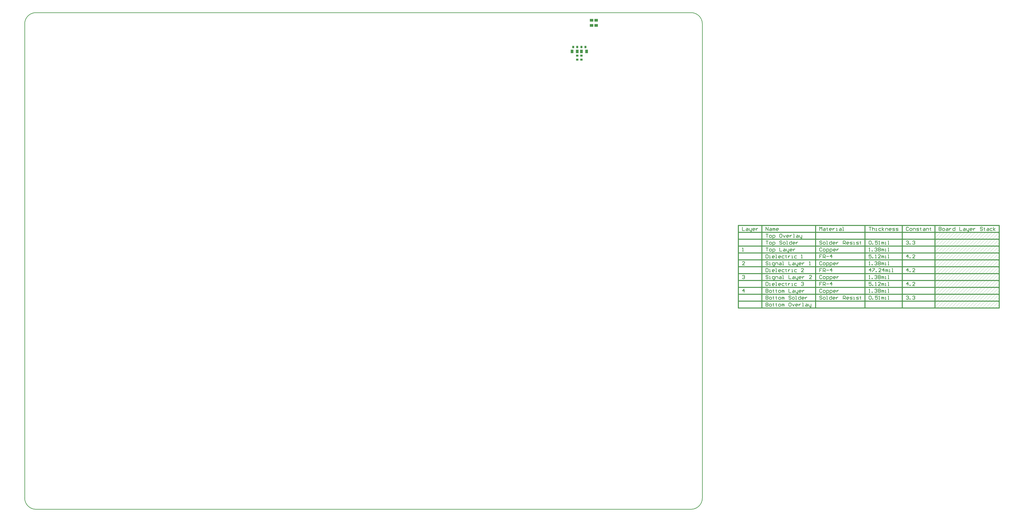
<source format=gbp>
G04*
G04 #@! TF.GenerationSoftware,Altium Limited,Altium Designer,20.2.6 (244)*
G04*
G04 Layer_Color=128*
%FSLAX25Y25*%
%MOIN*%
G70*
G04*
G04 #@! TF.SameCoordinates,78A2C6BB-1FC3-406C-8345-49C289C49674*
G04*
G04*
G04 #@! TF.FilePolarity,Positive*
G04*
G01*
G75*
%ADD15C,0.01000*%
%ADD22C,0.01500*%
%ADD23C,0.00100*%
%ADD27R,0.05118X0.05906*%
%ADD32R,0.03937X0.03543*%
%ADD34R,0.03543X0.03937*%
%ADD35R,0.05906X0.05118*%
D15*
X1181102Y846457D02*
G03*
X1161417Y866142I-19685J0D01*
G01*
Y0D02*
G03*
X1181102Y19685I0J19685D01*
G01*
X0D02*
G03*
X19685Y0I19685J0D01*
G01*
Y866142D02*
G03*
X0Y846457I0J-19685D01*
G01*
Y19685D02*
Y710236D01*
X1181102Y19685D02*
Y846457D01*
X19685Y866142D02*
X1161417D01*
X0Y710236D02*
Y846457D01*
X19685Y0D02*
X1161417D01*
X1250530Y492195D02*
Y486197D01*
X1254529D01*
X1257528Y490196D02*
X1259527D01*
X1260527Y489196D01*
Y486197D01*
X1257528D01*
X1256528Y487196D01*
X1257528Y488196D01*
X1260527D01*
X1262526Y490196D02*
Y487196D01*
X1263526Y486197D01*
X1266525D01*
Y485197D01*
X1265526Y484198D01*
X1264526D01*
X1266525Y486197D02*
Y490196D01*
X1271523Y486197D02*
X1269524D01*
X1268524Y487196D01*
Y489196D01*
X1269524Y490196D01*
X1271523D01*
X1272523Y489196D01*
Y488196D01*
X1268524D01*
X1274523Y490196D02*
Y486197D01*
Y488196D01*
X1275522Y489196D01*
X1276522Y490196D01*
X1277522D01*
X1253529Y378197D02*
Y384195D01*
X1250530Y381196D01*
X1254529D01*
X1250530Y407195D02*
X1251530Y408195D01*
X1253529D01*
X1254529Y407195D01*
Y406196D01*
X1253529Y405196D01*
X1252530D01*
X1253529D01*
X1254529Y404196D01*
Y403196D01*
X1253529Y402197D01*
X1251530D01*
X1250530Y403196D01*
X1254529Y426197D02*
X1250530D01*
X1254529Y430196D01*
Y431195D01*
X1253529Y432195D01*
X1251530D01*
X1250530Y431195D01*
Y450197D02*
X1252530D01*
X1251530D01*
Y456195D01*
X1250530Y455195D01*
X1291522Y486197D02*
Y492195D01*
X1295520Y486197D01*
Y492195D01*
X1298519Y490196D02*
X1300519D01*
X1301518Y489196D01*
Y486197D01*
X1298519D01*
X1297520Y487196D01*
X1298519Y488196D01*
X1301518D01*
X1303518Y486197D02*
Y490196D01*
X1304517D01*
X1305517Y489196D01*
Y486197D01*
Y489196D01*
X1306517Y490196D01*
X1307516Y489196D01*
Y486197D01*
X1312515D02*
X1310515D01*
X1309516Y487196D01*
Y489196D01*
X1310515Y490196D01*
X1312515D01*
X1313515Y489196D01*
Y488196D01*
X1309516D01*
X1291522Y360195D02*
Y354197D01*
X1294521D01*
X1295520Y355196D01*
Y356196D01*
X1294521Y357196D01*
X1291522D01*
X1294521D01*
X1295520Y358196D01*
Y359195D01*
X1294521Y360195D01*
X1291522D01*
X1298519Y354197D02*
X1300519D01*
X1301518Y355196D01*
Y357196D01*
X1300519Y358196D01*
X1298519D01*
X1297520Y357196D01*
Y355196D01*
X1298519Y354197D01*
X1304517Y359195D02*
Y358196D01*
X1303518D01*
X1305517D01*
X1304517D01*
Y355196D01*
X1305517Y354197D01*
X1309516Y359195D02*
Y358196D01*
X1308516D01*
X1310515D01*
X1309516D01*
Y355196D01*
X1310515Y354197D01*
X1314514D02*
X1316514D01*
X1317513Y355196D01*
Y357196D01*
X1316514Y358196D01*
X1314514D01*
X1313515Y357196D01*
Y355196D01*
X1314514Y354197D01*
X1319512D02*
Y358196D01*
X1320512D01*
X1321512Y357196D01*
Y354197D01*
Y357196D01*
X1322512Y358196D01*
X1323511Y357196D01*
Y354197D01*
X1334508Y360195D02*
X1332508D01*
X1331509Y359195D01*
Y355196D01*
X1332508Y354197D01*
X1334508D01*
X1335507Y355196D01*
Y359195D01*
X1334508Y360195D01*
X1337507Y358196D02*
X1339506Y354197D01*
X1341505Y358196D01*
X1346504Y354197D02*
X1344505D01*
X1343505Y355196D01*
Y357196D01*
X1344505Y358196D01*
X1346504D01*
X1347503Y357196D01*
Y356196D01*
X1343505D01*
X1349503Y358196D02*
Y354197D01*
Y356196D01*
X1350502Y357196D01*
X1351502Y358196D01*
X1352502D01*
X1355501Y354197D02*
X1357500D01*
X1356501D01*
Y360195D01*
X1355501D01*
X1361499Y358196D02*
X1363498D01*
X1364498Y357196D01*
Y354197D01*
X1361499D01*
X1360499Y355196D01*
X1361499Y356196D01*
X1364498D01*
X1366497Y358196D02*
Y355196D01*
X1367497Y354197D01*
X1370496D01*
Y353197D01*
X1369496Y352198D01*
X1368497D01*
X1370496Y354197D02*
Y358196D01*
X1291522Y372195D02*
Y366197D01*
X1294521D01*
X1295520Y367196D01*
Y368196D01*
X1294521Y369196D01*
X1291522D01*
X1294521D01*
X1295520Y370196D01*
Y371195D01*
X1294521Y372195D01*
X1291522D01*
X1298519Y366197D02*
X1300519D01*
X1301518Y367196D01*
Y369196D01*
X1300519Y370196D01*
X1298519D01*
X1297520Y369196D01*
Y367196D01*
X1298519Y366197D01*
X1304517Y371195D02*
Y370196D01*
X1303518D01*
X1305517D01*
X1304517D01*
Y367196D01*
X1305517Y366197D01*
X1309516Y371195D02*
Y370196D01*
X1308516D01*
X1310515D01*
X1309516D01*
Y367196D01*
X1310515Y366197D01*
X1314514D02*
X1316514D01*
X1317513Y367196D01*
Y369196D01*
X1316514Y370196D01*
X1314514D01*
X1313515Y369196D01*
Y367196D01*
X1314514Y366197D01*
X1319512D02*
Y370196D01*
X1320512D01*
X1321512Y369196D01*
Y366197D01*
Y369196D01*
X1322512Y370196D01*
X1323511Y369196D01*
Y366197D01*
X1335507Y371195D02*
X1334508Y372195D01*
X1332508D01*
X1331509Y371195D01*
Y370196D01*
X1332508Y369196D01*
X1334508D01*
X1335507Y368196D01*
Y367196D01*
X1334508Y366197D01*
X1332508D01*
X1331509Y367196D01*
X1338506Y366197D02*
X1340506D01*
X1341505Y367196D01*
Y369196D01*
X1340506Y370196D01*
X1338506D01*
X1337507Y369196D01*
Y367196D01*
X1338506Y366197D01*
X1343505D02*
X1345504D01*
X1344505D01*
Y372195D01*
X1343505D01*
X1352502D02*
Y366197D01*
X1349503D01*
X1348503Y367196D01*
Y369196D01*
X1349503Y370196D01*
X1352502D01*
X1357500Y366197D02*
X1355501D01*
X1354501Y367196D01*
Y369196D01*
X1355501Y370196D01*
X1357500D01*
X1358500Y369196D01*
Y368196D01*
X1354501D01*
X1360499Y370196D02*
Y366197D01*
Y368196D01*
X1361499Y369196D01*
X1362499Y370196D01*
X1363498D01*
X1291522Y384195D02*
Y378197D01*
X1294521D01*
X1295520Y379197D01*
Y380196D01*
X1294521Y381196D01*
X1291522D01*
X1294521D01*
X1295520Y382196D01*
Y383195D01*
X1294521Y384195D01*
X1291522D01*
X1298519Y378197D02*
X1300519D01*
X1301518Y379197D01*
Y381196D01*
X1300519Y382196D01*
X1298519D01*
X1297520Y381196D01*
Y379197D01*
X1298519Y378197D01*
X1304517Y383195D02*
Y382196D01*
X1303518D01*
X1305517D01*
X1304517D01*
Y379197D01*
X1305517Y378197D01*
X1309516Y383195D02*
Y382196D01*
X1308516D01*
X1310515D01*
X1309516D01*
Y379197D01*
X1310515Y378197D01*
X1314514D02*
X1316514D01*
X1317513Y379197D01*
Y381196D01*
X1316514Y382196D01*
X1314514D01*
X1313515Y381196D01*
Y379197D01*
X1314514Y378197D01*
X1319512D02*
Y382196D01*
X1320512D01*
X1321512Y381196D01*
Y378197D01*
Y381196D01*
X1322512Y382196D01*
X1323511Y381196D01*
Y378197D01*
X1331509Y384195D02*
Y378197D01*
X1335507D01*
X1338506Y382196D02*
X1340506D01*
X1341505Y381196D01*
Y378197D01*
X1338506D01*
X1337507Y379197D01*
X1338506Y380196D01*
X1341505D01*
X1343505Y382196D02*
Y379197D01*
X1344505Y378197D01*
X1347503D01*
Y377197D01*
X1346504Y376198D01*
X1345504D01*
X1347503Y378197D02*
Y382196D01*
X1352502Y378197D02*
X1350502D01*
X1349503Y379197D01*
Y381196D01*
X1350502Y382196D01*
X1352502D01*
X1353502Y381196D01*
Y380196D01*
X1349503D01*
X1355501Y382196D02*
Y378197D01*
Y380196D01*
X1356501Y381196D01*
X1357500Y382196D01*
X1358500D01*
X1291522Y396195D02*
Y390197D01*
X1294521D01*
X1295520Y391196D01*
Y395195D01*
X1294521Y396195D01*
X1291522D01*
X1297520Y390197D02*
X1299519D01*
X1298519D01*
Y394196D01*
X1297520D01*
X1305517Y390197D02*
X1303518D01*
X1302518Y391196D01*
Y393196D01*
X1303518Y394196D01*
X1305517D01*
X1306517Y393196D01*
Y392196D01*
X1302518D01*
X1308516Y390197D02*
X1310515D01*
X1309516D01*
Y396195D01*
X1308516D01*
X1316514Y390197D02*
X1314514D01*
X1313515Y391196D01*
Y393196D01*
X1314514Y394196D01*
X1316514D01*
X1317513Y393196D01*
Y392196D01*
X1313515D01*
X1323511Y394196D02*
X1320512D01*
X1319512Y393196D01*
Y391196D01*
X1320512Y390197D01*
X1323511D01*
X1326510Y395195D02*
Y394196D01*
X1325511D01*
X1327510D01*
X1326510D01*
Y391196D01*
X1327510Y390197D01*
X1330509Y394196D02*
Y390197D01*
Y392196D01*
X1331509Y393196D01*
X1332508Y394196D01*
X1333508D01*
X1336507Y390197D02*
X1338506D01*
X1337507D01*
Y394196D01*
X1336507D01*
X1345504D02*
X1342505D01*
X1341505Y393196D01*
Y391196D01*
X1342505Y390197D01*
X1345504D01*
X1353502Y395195D02*
X1354501Y396195D01*
X1356501D01*
X1357500Y395195D01*
Y394196D01*
X1356501Y393196D01*
X1355501D01*
X1356501D01*
X1357500Y392196D01*
Y391196D01*
X1356501Y390197D01*
X1354501D01*
X1353502Y391196D01*
X1295520Y407195D02*
X1294521Y408195D01*
X1292521D01*
X1291522Y407195D01*
Y406196D01*
X1292521Y405196D01*
X1294521D01*
X1295520Y404196D01*
Y403196D01*
X1294521Y402197D01*
X1292521D01*
X1291522Y403196D01*
X1297520Y402197D02*
X1299519D01*
X1298519D01*
Y406196D01*
X1297520D01*
X1304517Y400198D02*
X1305517D01*
X1306517Y401197D01*
Y406196D01*
X1303518D01*
X1302518Y405196D01*
Y403196D01*
X1303518Y402197D01*
X1306517D01*
X1308516D02*
Y406196D01*
X1311515D01*
X1312515Y405196D01*
Y402197D01*
X1315514Y406196D02*
X1317513D01*
X1318513Y405196D01*
Y402197D01*
X1315514D01*
X1314514Y403196D01*
X1315514Y404196D01*
X1318513D01*
X1320512Y402197D02*
X1322512D01*
X1321512D01*
Y408195D01*
X1320512D01*
X1331509D02*
Y402197D01*
X1335507D01*
X1338506Y406196D02*
X1340506D01*
X1341505Y405196D01*
Y402197D01*
X1338506D01*
X1337507Y403196D01*
X1338506Y404196D01*
X1341505D01*
X1343505Y406196D02*
Y403196D01*
X1344505Y402197D01*
X1347503D01*
Y401197D01*
X1346504Y400198D01*
X1345504D01*
X1347503Y402197D02*
Y406196D01*
X1352502Y402197D02*
X1350502D01*
X1349503Y403196D01*
Y405196D01*
X1350502Y406196D01*
X1352502D01*
X1353502Y405196D01*
Y404196D01*
X1349503D01*
X1355501Y406196D02*
Y402197D01*
Y404196D01*
X1356501Y405196D01*
X1357500Y406196D01*
X1358500D01*
X1371496Y402197D02*
X1367497D01*
X1371496Y406196D01*
Y407195D01*
X1370496Y408195D01*
X1368497D01*
X1367497Y407195D01*
X1291522Y420195D02*
Y414197D01*
X1294521D01*
X1295520Y415197D01*
Y419195D01*
X1294521Y420195D01*
X1291522D01*
X1297520Y414197D02*
X1299519D01*
X1298519D01*
Y418196D01*
X1297520D01*
X1305517Y414197D02*
X1303518D01*
X1302518Y415197D01*
Y417196D01*
X1303518Y418196D01*
X1305517D01*
X1306517Y417196D01*
Y416196D01*
X1302518D01*
X1308516Y414197D02*
X1310515D01*
X1309516D01*
Y420195D01*
X1308516D01*
X1316514Y414197D02*
X1314514D01*
X1313515Y415197D01*
Y417196D01*
X1314514Y418196D01*
X1316514D01*
X1317513Y417196D01*
Y416196D01*
X1313515D01*
X1323511Y418196D02*
X1320512D01*
X1319512Y417196D01*
Y415197D01*
X1320512Y414197D01*
X1323511D01*
X1326510Y419195D02*
Y418196D01*
X1325511D01*
X1327510D01*
X1326510D01*
Y415197D01*
X1327510Y414197D01*
X1330509Y418196D02*
Y414197D01*
Y416196D01*
X1331509Y417196D01*
X1332508Y418196D01*
X1333508D01*
X1336507Y414197D02*
X1338506D01*
X1337507D01*
Y418196D01*
X1336507D01*
X1345504D02*
X1342505D01*
X1341505Y417196D01*
Y415197D01*
X1342505Y414197D01*
X1345504D01*
X1357500D02*
X1353502D01*
X1357500Y418196D01*
Y419195D01*
X1356501Y420195D01*
X1354501D01*
X1353502Y419195D01*
X1295520Y431195D02*
X1294521Y432195D01*
X1292521D01*
X1291522Y431195D01*
Y430196D01*
X1292521Y429196D01*
X1294521D01*
X1295520Y428196D01*
Y427197D01*
X1294521Y426197D01*
X1292521D01*
X1291522Y427197D01*
X1297520Y426197D02*
X1299519D01*
X1298519D01*
Y430196D01*
X1297520D01*
X1304517Y424197D02*
X1305517D01*
X1306517Y425197D01*
Y430196D01*
X1303518D01*
X1302518Y429196D01*
Y427197D01*
X1303518Y426197D01*
X1306517D01*
X1308516D02*
Y430196D01*
X1311515D01*
X1312515Y429196D01*
Y426197D01*
X1315514Y430196D02*
X1317513D01*
X1318513Y429196D01*
Y426197D01*
X1315514D01*
X1314514Y427197D01*
X1315514Y428196D01*
X1318513D01*
X1320512Y426197D02*
X1322512D01*
X1321512D01*
Y432195D01*
X1320512D01*
X1331509D02*
Y426197D01*
X1335507D01*
X1338506Y430196D02*
X1340506D01*
X1341505Y429196D01*
Y426197D01*
X1338506D01*
X1337507Y427197D01*
X1338506Y428196D01*
X1341505D01*
X1343505Y430196D02*
Y427197D01*
X1344505Y426197D01*
X1347503D01*
Y425197D01*
X1346504Y424197D01*
X1345504D01*
X1347503Y426197D02*
Y430196D01*
X1352502Y426197D02*
X1350502D01*
X1349503Y427197D01*
Y429196D01*
X1350502Y430196D01*
X1352502D01*
X1353502Y429196D01*
Y428196D01*
X1349503D01*
X1355501Y430196D02*
Y426197D01*
Y428196D01*
X1356501Y429196D01*
X1357500Y430196D01*
X1358500D01*
X1367497Y426197D02*
X1369496D01*
X1368497D01*
Y432195D01*
X1367497Y431195D01*
X1291522Y444195D02*
Y438197D01*
X1294521D01*
X1295520Y439196D01*
Y443195D01*
X1294521Y444195D01*
X1291522D01*
X1297520Y438197D02*
X1299519D01*
X1298519D01*
Y442196D01*
X1297520D01*
X1305517Y438197D02*
X1303518D01*
X1302518Y439196D01*
Y441196D01*
X1303518Y442196D01*
X1305517D01*
X1306517Y441196D01*
Y440196D01*
X1302518D01*
X1308516Y438197D02*
X1310515D01*
X1309516D01*
Y444195D01*
X1308516D01*
X1316514Y438197D02*
X1314514D01*
X1313515Y439196D01*
Y441196D01*
X1314514Y442196D01*
X1316514D01*
X1317513Y441196D01*
Y440196D01*
X1313515D01*
X1323511Y442196D02*
X1320512D01*
X1319512Y441196D01*
Y439196D01*
X1320512Y438197D01*
X1323511D01*
X1326510Y443195D02*
Y442196D01*
X1325511D01*
X1327510D01*
X1326510D01*
Y439196D01*
X1327510Y438197D01*
X1330509Y442196D02*
Y438197D01*
Y440196D01*
X1331509Y441196D01*
X1332508Y442196D01*
X1333508D01*
X1336507Y438197D02*
X1338506D01*
X1337507D01*
Y442196D01*
X1336507D01*
X1345504D02*
X1342505D01*
X1341505Y441196D01*
Y439196D01*
X1342505Y438197D01*
X1345504D01*
X1353502D02*
X1355501D01*
X1354501D01*
Y444195D01*
X1353502Y443195D01*
X1291522Y456195D02*
X1295520D01*
X1293521D01*
Y450197D01*
X1298519D02*
X1300519D01*
X1301518Y451196D01*
Y453196D01*
X1300519Y454196D01*
X1298519D01*
X1297520Y453196D01*
Y451196D01*
X1298519Y450197D01*
X1303518Y448198D02*
Y454196D01*
X1306517D01*
X1307516Y453196D01*
Y451196D01*
X1306517Y450197D01*
X1303518D01*
X1315514Y456195D02*
Y450197D01*
X1319513D01*
X1322512Y454196D02*
X1324511D01*
X1325511Y453196D01*
Y450197D01*
X1322512D01*
X1321512Y451196D01*
X1322512Y452196D01*
X1325511D01*
X1327510Y454196D02*
Y451196D01*
X1328510Y450197D01*
X1331509D01*
Y449197D01*
X1330509Y448198D01*
X1329509D01*
X1331509Y450197D02*
Y454196D01*
X1336507Y450197D02*
X1334508D01*
X1333508Y451196D01*
Y453196D01*
X1334508Y454196D01*
X1336507D01*
X1337507Y453196D01*
Y452196D01*
X1333508D01*
X1339506Y454196D02*
Y450197D01*
Y452196D01*
X1340506Y453196D01*
X1341505Y454196D01*
X1342505D01*
X1291522Y468195D02*
X1295520D01*
X1293521D01*
Y462197D01*
X1298519D02*
X1300519D01*
X1301518Y463197D01*
Y465196D01*
X1300519Y466196D01*
X1298519D01*
X1297520Y465196D01*
Y463197D01*
X1298519Y462197D01*
X1303518Y460197D02*
Y466196D01*
X1306517D01*
X1307516Y465196D01*
Y463197D01*
X1306517Y462197D01*
X1303518D01*
X1319513Y467195D02*
X1318513Y468195D01*
X1316514D01*
X1315514Y467195D01*
Y466196D01*
X1316514Y465196D01*
X1318513D01*
X1319513Y464196D01*
Y463197D01*
X1318513Y462197D01*
X1316514D01*
X1315514Y463197D01*
X1322512Y462197D02*
X1324511D01*
X1325511Y463197D01*
Y465196D01*
X1324511Y466196D01*
X1322512D01*
X1321512Y465196D01*
Y463197D01*
X1322512Y462197D01*
X1327510D02*
X1329509D01*
X1328510D01*
Y468195D01*
X1327510D01*
X1336507D02*
Y462197D01*
X1333508D01*
X1332508Y463197D01*
Y465196D01*
X1333508Y466196D01*
X1336507D01*
X1341505Y462197D02*
X1339506D01*
X1338506Y463197D01*
Y465196D01*
X1339506Y466196D01*
X1341505D01*
X1342505Y465196D01*
Y464196D01*
X1338506D01*
X1344505Y466196D02*
Y462197D01*
Y464196D01*
X1345504Y465196D01*
X1346504Y466196D01*
X1347503D01*
X1291522Y480195D02*
X1295520D01*
X1293521D01*
Y474197D01*
X1298519D02*
X1300519D01*
X1301518Y475197D01*
Y477196D01*
X1300519Y478196D01*
X1298519D01*
X1297520Y477196D01*
Y475197D01*
X1298519Y474197D01*
X1303518Y472197D02*
Y478196D01*
X1306517D01*
X1307516Y477196D01*
Y475197D01*
X1306517Y474197D01*
X1303518D01*
X1318513Y480195D02*
X1316514D01*
X1315514Y479195D01*
Y475197D01*
X1316514Y474197D01*
X1318513D01*
X1319513Y475197D01*
Y479195D01*
X1318513Y480195D01*
X1321512Y478196D02*
X1323511Y474197D01*
X1325511Y478196D01*
X1330509Y474197D02*
X1328510D01*
X1327510Y475197D01*
Y477196D01*
X1328510Y478196D01*
X1330509D01*
X1331509Y477196D01*
Y476196D01*
X1327510D01*
X1333508Y478196D02*
Y474197D01*
Y476196D01*
X1334508Y477196D01*
X1335507Y478196D01*
X1336507D01*
X1339506Y474197D02*
X1341505D01*
X1340506D01*
Y480195D01*
X1339506D01*
X1345504Y478196D02*
X1347503D01*
X1348503Y477196D01*
Y474197D01*
X1345504D01*
X1344505Y475197D01*
X1345504Y476196D01*
X1348503D01*
X1350502Y478196D02*
Y475197D01*
X1351502Y474197D01*
X1354501D01*
Y473197D01*
X1353502Y472197D01*
X1352502D01*
X1354501Y474197D02*
Y478196D01*
X1385496Y486197D02*
Y492195D01*
X1387495Y490196D01*
X1389494Y492195D01*
Y486197D01*
X1392494Y490196D02*
X1394493D01*
X1395492Y489196D01*
Y486197D01*
X1392494D01*
X1391494Y487196D01*
X1392494Y488196D01*
X1395492D01*
X1398491Y491195D02*
Y490196D01*
X1397492D01*
X1399491D01*
X1398491D01*
Y487196D01*
X1399491Y486197D01*
X1405489D02*
X1403490D01*
X1402490Y487196D01*
Y489196D01*
X1403490Y490196D01*
X1405489D01*
X1406489Y489196D01*
Y488196D01*
X1402490D01*
X1408488Y490196D02*
Y486197D01*
Y488196D01*
X1409488Y489196D01*
X1410488Y490196D01*
X1411487D01*
X1414486Y486197D02*
X1416486D01*
X1415486D01*
Y490196D01*
X1414486D01*
X1420484D02*
X1422484D01*
X1423483Y489196D01*
Y486197D01*
X1420484D01*
X1419485Y487196D01*
X1420484Y488196D01*
X1423483D01*
X1425483Y486197D02*
X1427482D01*
X1426482D01*
Y492195D01*
X1425483D01*
X1389494Y371195D02*
X1388495Y372195D01*
X1386495D01*
X1385496Y371195D01*
Y370196D01*
X1386495Y369196D01*
X1388495D01*
X1389494Y368196D01*
Y367196D01*
X1388495Y366197D01*
X1386495D01*
X1385496Y367196D01*
X1392494Y366197D02*
X1394493D01*
X1395492Y367196D01*
Y369196D01*
X1394493Y370196D01*
X1392494D01*
X1391494Y369196D01*
Y367196D01*
X1392494Y366197D01*
X1397492D02*
X1399491D01*
X1398491D01*
Y372195D01*
X1397492D01*
X1406489D02*
Y366197D01*
X1403490D01*
X1402490Y367196D01*
Y369196D01*
X1403490Y370196D01*
X1406489D01*
X1411487Y366197D02*
X1409488D01*
X1408488Y367196D01*
Y369196D01*
X1409488Y370196D01*
X1411487D01*
X1412487Y369196D01*
Y368196D01*
X1408488D01*
X1414486Y370196D02*
Y366197D01*
Y368196D01*
X1415486Y369196D01*
X1416486Y370196D01*
X1417485D01*
X1426482Y366197D02*
Y372195D01*
X1429482D01*
X1430481Y371195D01*
Y369196D01*
X1429482Y368196D01*
X1426482D01*
X1428482D02*
X1430481Y366197D01*
X1435480D02*
X1433480D01*
X1432481Y367196D01*
Y369196D01*
X1433480Y370196D01*
X1435480D01*
X1436479Y369196D01*
Y368196D01*
X1432481D01*
X1438479Y366197D02*
X1441478D01*
X1442477Y367196D01*
X1441478Y368196D01*
X1439478D01*
X1438479Y369196D01*
X1439478Y370196D01*
X1442477D01*
X1444477Y366197D02*
X1446476D01*
X1445476D01*
Y370196D01*
X1444477D01*
X1449475Y366197D02*
X1452474D01*
X1453474Y367196D01*
X1452474Y368196D01*
X1450475D01*
X1449475Y369196D01*
X1450475Y370196D01*
X1453474D01*
X1456473Y371195D02*
Y370196D01*
X1455473D01*
X1457472D01*
X1456473D01*
Y367196D01*
X1457472Y366197D01*
X1389494Y383195D02*
X1388495Y384195D01*
X1386495D01*
X1385496Y383195D01*
Y379197D01*
X1386495Y378197D01*
X1388495D01*
X1389494Y379197D01*
X1392494Y378197D02*
X1394493D01*
X1395492Y379197D01*
Y381196D01*
X1394493Y382196D01*
X1392494D01*
X1391494Y381196D01*
Y379197D01*
X1392494Y378197D01*
X1397492Y376198D02*
Y382196D01*
X1400491D01*
X1401491Y381196D01*
Y379197D01*
X1400491Y378197D01*
X1397492D01*
X1403490Y376198D02*
Y382196D01*
X1406489D01*
X1407489Y381196D01*
Y379197D01*
X1406489Y378197D01*
X1403490D01*
X1412487D02*
X1410488D01*
X1409488Y379197D01*
Y381196D01*
X1410488Y382196D01*
X1412487D01*
X1413487Y381196D01*
Y380196D01*
X1409488D01*
X1415486Y382196D02*
Y378197D01*
Y380196D01*
X1416486Y381196D01*
X1417485Y382196D01*
X1418485D01*
X1389494Y396195D02*
X1385496D01*
Y393196D01*
X1387495D01*
X1385496D01*
Y390197D01*
X1391494D02*
Y396195D01*
X1394493D01*
X1395492Y395195D01*
Y393196D01*
X1394493Y392196D01*
X1391494D01*
X1393493D02*
X1395492Y390197D01*
X1397492Y393196D02*
X1401491D01*
X1406489Y390197D02*
Y396195D01*
X1403490Y393196D01*
X1407489D01*
X1389494Y407195D02*
X1388495Y408195D01*
X1386495D01*
X1385496Y407195D01*
Y403196D01*
X1386495Y402197D01*
X1388495D01*
X1389494Y403196D01*
X1392494Y402197D02*
X1394493D01*
X1395492Y403196D01*
Y405196D01*
X1394493Y406196D01*
X1392494D01*
X1391494Y405196D01*
Y403196D01*
X1392494Y402197D01*
X1397492Y400198D02*
Y406196D01*
X1400491D01*
X1401491Y405196D01*
Y403196D01*
X1400491Y402197D01*
X1397492D01*
X1403490Y400198D02*
Y406196D01*
X1406489D01*
X1407489Y405196D01*
Y403196D01*
X1406489Y402197D01*
X1403490D01*
X1412487D02*
X1410488D01*
X1409488Y403196D01*
Y405196D01*
X1410488Y406196D01*
X1412487D01*
X1413487Y405196D01*
Y404196D01*
X1409488D01*
X1415486Y406196D02*
Y402197D01*
Y404196D01*
X1416486Y405196D01*
X1417485Y406196D01*
X1418485D01*
X1389494Y420195D02*
X1385496D01*
Y417196D01*
X1387495D01*
X1385496D01*
Y414197D01*
X1391494D02*
Y420195D01*
X1394493D01*
X1395492Y419195D01*
Y417196D01*
X1394493Y416196D01*
X1391494D01*
X1393493D02*
X1395492Y414197D01*
X1397492Y417196D02*
X1401491D01*
X1406489Y414197D02*
Y420195D01*
X1403490Y417196D01*
X1407489D01*
X1389494Y431195D02*
X1388495Y432195D01*
X1386495D01*
X1385496Y431195D01*
Y427197D01*
X1386495Y426197D01*
X1388495D01*
X1389494Y427197D01*
X1392494Y426197D02*
X1394493D01*
X1395492Y427197D01*
Y429196D01*
X1394493Y430196D01*
X1392494D01*
X1391494Y429196D01*
Y427197D01*
X1392494Y426197D01*
X1397492Y424197D02*
Y430196D01*
X1400491D01*
X1401491Y429196D01*
Y427197D01*
X1400491Y426197D01*
X1397492D01*
X1403490Y424197D02*
Y430196D01*
X1406489D01*
X1407489Y429196D01*
Y427197D01*
X1406489Y426197D01*
X1403490D01*
X1412487D02*
X1410488D01*
X1409488Y427197D01*
Y429196D01*
X1410488Y430196D01*
X1412487D01*
X1413487Y429196D01*
Y428196D01*
X1409488D01*
X1415486Y430196D02*
Y426197D01*
Y428196D01*
X1416486Y429196D01*
X1417485Y430196D01*
X1418485D01*
X1389494Y444195D02*
X1385496D01*
Y441196D01*
X1387495D01*
X1385496D01*
Y438197D01*
X1391494D02*
Y444195D01*
X1394493D01*
X1395492Y443195D01*
Y441196D01*
X1394493Y440196D01*
X1391494D01*
X1393493D02*
X1395492Y438197D01*
X1397492Y441196D02*
X1401491D01*
X1406489Y438197D02*
Y444195D01*
X1403490Y441196D01*
X1407489D01*
X1389494Y455195D02*
X1388495Y456195D01*
X1386495D01*
X1385496Y455195D01*
Y451196D01*
X1386495Y450197D01*
X1388495D01*
X1389494Y451196D01*
X1392494Y450197D02*
X1394493D01*
X1395492Y451196D01*
Y453196D01*
X1394493Y454196D01*
X1392494D01*
X1391494Y453196D01*
Y451196D01*
X1392494Y450197D01*
X1397492Y448198D02*
Y454196D01*
X1400491D01*
X1401491Y453196D01*
Y451196D01*
X1400491Y450197D01*
X1397492D01*
X1403490Y448198D02*
Y454196D01*
X1406489D01*
X1407489Y453196D01*
Y451196D01*
X1406489Y450197D01*
X1403490D01*
X1412487D02*
X1410488D01*
X1409488Y451196D01*
Y453196D01*
X1410488Y454196D01*
X1412487D01*
X1413487Y453196D01*
Y452196D01*
X1409488D01*
X1415486Y454196D02*
Y450197D01*
Y452196D01*
X1416486Y453196D01*
X1417485Y454196D01*
X1418485D01*
X1389494Y467195D02*
X1388495Y468195D01*
X1386495D01*
X1385496Y467195D01*
Y466196D01*
X1386495Y465196D01*
X1388495D01*
X1389494Y464196D01*
Y463197D01*
X1388495Y462197D01*
X1386495D01*
X1385496Y463197D01*
X1392494Y462197D02*
X1394493D01*
X1395492Y463197D01*
Y465196D01*
X1394493Y466196D01*
X1392494D01*
X1391494Y465196D01*
Y463197D01*
X1392494Y462197D01*
X1397492D02*
X1399491D01*
X1398491D01*
Y468195D01*
X1397492D01*
X1406489D02*
Y462197D01*
X1403490D01*
X1402490Y463197D01*
Y465196D01*
X1403490Y466196D01*
X1406489D01*
X1411487Y462197D02*
X1409488D01*
X1408488Y463197D01*
Y465196D01*
X1409488Y466196D01*
X1411487D01*
X1412487Y465196D01*
Y464196D01*
X1408488D01*
X1414486Y466196D02*
Y462197D01*
Y464196D01*
X1415486Y465196D01*
X1416486Y466196D01*
X1417485D01*
X1426482Y462197D02*
Y468195D01*
X1429482D01*
X1430481Y467195D01*
Y465196D01*
X1429482Y464196D01*
X1426482D01*
X1428482D02*
X1430481Y462197D01*
X1435480D02*
X1433480D01*
X1432481Y463197D01*
Y465196D01*
X1433480Y466196D01*
X1435480D01*
X1436479Y465196D01*
Y464196D01*
X1432481D01*
X1438479Y462197D02*
X1441478D01*
X1442477Y463197D01*
X1441478Y464196D01*
X1439478D01*
X1438479Y465196D01*
X1439478Y466196D01*
X1442477D01*
X1444477Y462197D02*
X1446476D01*
X1445476D01*
Y466196D01*
X1444477D01*
X1449475Y462197D02*
X1452474D01*
X1453474Y463197D01*
X1452474Y464196D01*
X1450475D01*
X1449475Y465196D01*
X1450475Y466196D01*
X1453474D01*
X1456473Y467195D02*
Y466196D01*
X1455473D01*
X1457472D01*
X1456473D01*
Y463197D01*
X1457472Y462197D01*
X1471472Y492195D02*
X1475471D01*
X1473472D01*
Y486197D01*
X1477470Y492195D02*
Y486197D01*
Y489196D01*
X1478470Y490196D01*
X1480470D01*
X1481469Y489196D01*
Y486197D01*
X1483469D02*
X1485468D01*
X1484468D01*
Y490196D01*
X1483469D01*
X1492466D02*
X1489467D01*
X1488467Y489196D01*
Y487196D01*
X1489467Y486197D01*
X1492466D01*
X1494465D02*
Y492195D01*
Y488196D02*
X1497464Y490196D01*
X1494465Y488196D02*
X1497464Y486197D01*
X1500463D02*
Y490196D01*
X1503462D01*
X1504462Y489196D01*
Y486197D01*
X1509460D02*
X1507461D01*
X1506461Y487196D01*
Y489196D01*
X1507461Y490196D01*
X1509460D01*
X1510460Y489196D01*
Y488196D01*
X1506461D01*
X1512459Y486197D02*
X1515458D01*
X1516458Y487196D01*
X1515458Y488196D01*
X1513459D01*
X1512459Y489196D01*
X1513459Y490196D01*
X1516458D01*
X1518457Y486197D02*
X1521456D01*
X1522456Y487196D01*
X1521456Y488196D01*
X1519457D01*
X1518457Y489196D01*
X1519457Y490196D01*
X1522456D01*
X1471472Y371195D02*
X1472472Y372195D01*
X1474471D01*
X1475471Y371195D01*
Y367196D01*
X1474471Y366197D01*
X1472472D01*
X1471472Y367196D01*
Y371195D01*
X1477470Y366197D02*
Y367196D01*
X1478470D01*
Y366197D01*
X1477470D01*
X1486468Y372195D02*
X1482469D01*
Y369196D01*
X1484468Y370196D01*
X1485468D01*
X1486468Y369196D01*
Y367196D01*
X1485468Y366197D01*
X1483469D01*
X1482469Y367196D01*
X1488467Y366197D02*
X1490466D01*
X1489467D01*
Y372195D01*
X1488467Y371195D01*
X1493465Y366197D02*
Y370196D01*
X1494465D01*
X1495465Y369196D01*
Y366197D01*
Y369196D01*
X1496464Y370196D01*
X1497464Y369196D01*
Y366197D01*
X1499463D02*
X1501463D01*
X1500463D01*
Y370196D01*
X1499463D01*
X1504462Y366197D02*
X1506461D01*
X1505461D01*
Y372195D01*
X1504462D01*
X1471472Y378197D02*
X1473472D01*
X1472472D01*
Y384195D01*
X1471472Y383195D01*
X1476471Y378197D02*
Y379197D01*
X1477470D01*
Y378197D01*
X1476471D01*
X1481469Y383195D02*
X1482469Y384195D01*
X1484468D01*
X1485468Y383195D01*
Y382196D01*
X1484468Y381196D01*
X1483469D01*
X1484468D01*
X1485468Y380196D01*
Y379197D01*
X1484468Y378197D01*
X1482469D01*
X1481469Y379197D01*
X1487467Y383195D02*
X1488467Y384195D01*
X1490466D01*
X1491466Y383195D01*
Y382196D01*
X1490466Y381196D01*
X1491466Y380196D01*
Y379197D01*
X1490466Y378197D01*
X1488467D01*
X1487467Y379197D01*
Y380196D01*
X1488467Y381196D01*
X1487467Y382196D01*
Y383195D01*
X1488467Y381196D02*
X1490466D01*
X1493465Y378197D02*
Y382196D01*
X1494465D01*
X1495465Y381196D01*
Y378197D01*
Y381196D01*
X1496464Y382196D01*
X1497464Y381196D01*
Y378197D01*
X1499463D02*
X1501463D01*
X1500463D01*
Y382196D01*
X1499463D01*
X1504462Y378197D02*
X1506461D01*
X1505461D01*
Y384195D01*
X1504462D01*
X1475471Y396195D02*
X1471472D01*
Y393196D01*
X1473472Y394196D01*
X1474471D01*
X1475471Y393196D01*
Y391196D01*
X1474471Y390197D01*
X1472472D01*
X1471472Y391196D01*
X1477470Y390197D02*
Y391196D01*
X1478470D01*
Y390197D01*
X1477470D01*
X1482469D02*
X1484468D01*
X1483469D01*
Y396195D01*
X1482469Y395195D01*
X1491466Y390197D02*
X1487467D01*
X1491466Y394196D01*
Y395195D01*
X1490466Y396195D01*
X1488467D01*
X1487467Y395195D01*
X1493465Y390197D02*
Y394196D01*
X1494465D01*
X1495465Y393196D01*
Y390197D01*
Y393196D01*
X1496464Y394196D01*
X1497464Y393196D01*
Y390197D01*
X1499463D02*
X1501463D01*
X1500463D01*
Y394196D01*
X1499463D01*
X1504462Y390197D02*
X1506461D01*
X1505461D01*
Y396195D01*
X1504462D01*
X1471472Y402197D02*
X1473472D01*
X1472472D01*
Y408195D01*
X1471472Y407195D01*
X1476471Y402197D02*
Y403196D01*
X1477470D01*
Y402197D01*
X1476471D01*
X1481469Y407195D02*
X1482469Y408195D01*
X1484468D01*
X1485468Y407195D01*
Y406196D01*
X1484468Y405196D01*
X1483469D01*
X1484468D01*
X1485468Y404196D01*
Y403196D01*
X1484468Y402197D01*
X1482469D01*
X1481469Y403196D01*
X1487467Y407195D02*
X1488467Y408195D01*
X1490466D01*
X1491466Y407195D01*
Y406196D01*
X1490466Y405196D01*
X1491466Y404196D01*
Y403196D01*
X1490466Y402197D01*
X1488467D01*
X1487467Y403196D01*
Y404196D01*
X1488467Y405196D01*
X1487467Y406196D01*
Y407195D01*
X1488467Y405196D02*
X1490466D01*
X1493465Y402197D02*
Y406196D01*
X1494465D01*
X1495465Y405196D01*
Y402197D01*
Y405196D01*
X1496464Y406196D01*
X1497464Y405196D01*
Y402197D01*
X1499463D02*
X1501463D01*
X1500463D01*
Y406196D01*
X1499463D01*
X1504462Y402197D02*
X1506461D01*
X1505461D01*
Y408195D01*
X1504462D01*
X1474471Y414197D02*
Y420195D01*
X1471472Y417196D01*
X1475471D01*
X1477470Y420195D02*
X1481469D01*
Y419195D01*
X1477470Y415197D01*
Y414197D01*
X1483469D02*
Y415197D01*
X1484468D01*
Y414197D01*
X1483469D01*
X1492466D02*
X1488467D01*
X1492466Y418196D01*
Y419195D01*
X1491466Y420195D01*
X1489467D01*
X1488467Y419195D01*
X1497464Y414197D02*
Y420195D01*
X1494465Y417196D01*
X1498464D01*
X1500463Y414197D02*
Y418196D01*
X1501463D01*
X1502462Y417196D01*
Y414197D01*
Y417196D01*
X1503462Y418196D01*
X1504462Y417196D01*
Y414197D01*
X1506461D02*
X1508461D01*
X1507461D01*
Y418196D01*
X1506461D01*
X1511460Y414197D02*
X1513459D01*
X1512459D01*
Y420195D01*
X1511460D01*
X1471472Y426197D02*
X1473472D01*
X1472472D01*
Y432195D01*
X1471472Y431195D01*
X1476471Y426197D02*
Y427197D01*
X1477470D01*
Y426197D01*
X1476471D01*
X1481469Y431195D02*
X1482469Y432195D01*
X1484468D01*
X1485468Y431195D01*
Y430196D01*
X1484468Y429196D01*
X1483469D01*
X1484468D01*
X1485468Y428196D01*
Y427197D01*
X1484468Y426197D01*
X1482469D01*
X1481469Y427197D01*
X1487467Y431195D02*
X1488467Y432195D01*
X1490466D01*
X1491466Y431195D01*
Y430196D01*
X1490466Y429196D01*
X1491466Y428196D01*
Y427197D01*
X1490466Y426197D01*
X1488467D01*
X1487467Y427197D01*
Y428196D01*
X1488467Y429196D01*
X1487467Y430196D01*
Y431195D01*
X1488467Y429196D02*
X1490466D01*
X1493465Y426197D02*
Y430196D01*
X1494465D01*
X1495465Y429196D01*
Y426197D01*
Y429196D01*
X1496464Y430196D01*
X1497464Y429196D01*
Y426197D01*
X1499463D02*
X1501463D01*
X1500463D01*
Y430196D01*
X1499463D01*
X1504462Y426197D02*
X1506461D01*
X1505461D01*
Y432195D01*
X1504462D01*
X1475471Y444195D02*
X1471472D01*
Y441196D01*
X1473472Y442196D01*
X1474471D01*
X1475471Y441196D01*
Y439196D01*
X1474471Y438197D01*
X1472472D01*
X1471472Y439196D01*
X1477470Y438197D02*
Y439196D01*
X1478470D01*
Y438197D01*
X1477470D01*
X1482469D02*
X1484468D01*
X1483469D01*
Y444195D01*
X1482469Y443195D01*
X1491466Y438197D02*
X1487467D01*
X1491466Y442196D01*
Y443195D01*
X1490466Y444195D01*
X1488467D01*
X1487467Y443195D01*
X1493465Y438197D02*
Y442196D01*
X1494465D01*
X1495465Y441196D01*
Y438197D01*
Y441196D01*
X1496464Y442196D01*
X1497464Y441196D01*
Y438197D01*
X1499463D02*
X1501463D01*
X1500463D01*
Y442196D01*
X1499463D01*
X1504462Y438197D02*
X1506461D01*
X1505461D01*
Y444195D01*
X1504462D01*
X1471472Y450197D02*
X1473472D01*
X1472472D01*
Y456195D01*
X1471472Y455195D01*
X1476471Y450197D02*
Y451196D01*
X1477470D01*
Y450197D01*
X1476471D01*
X1481469Y455195D02*
X1482469Y456195D01*
X1484468D01*
X1485468Y455195D01*
Y454196D01*
X1484468Y453196D01*
X1483469D01*
X1484468D01*
X1485468Y452196D01*
Y451196D01*
X1484468Y450197D01*
X1482469D01*
X1481469Y451196D01*
X1487467Y455195D02*
X1488467Y456195D01*
X1490466D01*
X1491466Y455195D01*
Y454196D01*
X1490466Y453196D01*
X1491466Y452196D01*
Y451196D01*
X1490466Y450197D01*
X1488467D01*
X1487467Y451196D01*
Y452196D01*
X1488467Y453196D01*
X1487467Y454196D01*
Y455195D01*
X1488467Y453196D02*
X1490466D01*
X1493465Y450197D02*
Y454196D01*
X1494465D01*
X1495465Y453196D01*
Y450197D01*
Y453196D01*
X1496464Y454196D01*
X1497464Y453196D01*
Y450197D01*
X1499463D02*
X1501463D01*
X1500463D01*
Y454196D01*
X1499463D01*
X1504462Y450197D02*
X1506461D01*
X1505461D01*
Y456195D01*
X1504462D01*
X1471472Y467195D02*
X1472472Y468195D01*
X1474471D01*
X1475471Y467195D01*
Y463197D01*
X1474471Y462197D01*
X1472472D01*
X1471472Y463197D01*
Y467195D01*
X1477470Y462197D02*
Y463197D01*
X1478470D01*
Y462197D01*
X1477470D01*
X1486468Y468195D02*
X1482469D01*
Y465196D01*
X1484468Y466196D01*
X1485468D01*
X1486468Y465196D01*
Y463197D01*
X1485468Y462197D01*
X1483469D01*
X1482469Y463197D01*
X1488467Y462197D02*
X1490466D01*
X1489467D01*
Y468195D01*
X1488467Y467195D01*
X1493465Y462197D02*
Y466196D01*
X1494465D01*
X1495465Y465196D01*
Y462197D01*
Y465196D01*
X1496464Y466196D01*
X1497464Y465196D01*
Y462197D01*
X1499463D02*
X1501463D01*
X1500463D01*
Y466196D01*
X1499463D01*
X1504462Y462197D02*
X1506461D01*
X1505461D01*
Y468195D01*
X1504462D01*
X1540455Y491195D02*
X1539455Y492195D01*
X1537456D01*
X1536456Y491195D01*
Y487196D01*
X1537456Y486197D01*
X1539455D01*
X1540455Y487196D01*
X1543454Y486197D02*
X1545453D01*
X1546453Y487196D01*
Y489196D01*
X1545453Y490196D01*
X1543454D01*
X1542454Y489196D01*
Y487196D01*
X1543454Y486197D01*
X1548452D02*
Y490196D01*
X1551451D01*
X1552451Y489196D01*
Y486197D01*
X1554450D02*
X1557449D01*
X1558449Y487196D01*
X1557449Y488196D01*
X1555450D01*
X1554450Y489196D01*
X1555450Y490196D01*
X1558449D01*
X1561448Y491195D02*
Y490196D01*
X1560448D01*
X1562447D01*
X1561448D01*
Y487196D01*
X1562447Y486197D01*
X1566446Y490196D02*
X1568446D01*
X1569445Y489196D01*
Y486197D01*
X1566446D01*
X1565447Y487196D01*
X1566446Y488196D01*
X1569445D01*
X1571445Y486197D02*
Y490196D01*
X1574444D01*
X1575443Y489196D01*
Y486197D01*
X1578442Y491195D02*
Y490196D01*
X1577443D01*
X1579442D01*
X1578442D01*
Y487196D01*
X1579442Y486197D01*
X1536456Y371195D02*
X1537456Y372195D01*
X1539455D01*
X1540455Y371195D01*
Y370196D01*
X1539455Y369196D01*
X1538455D01*
X1539455D01*
X1540455Y368196D01*
Y367196D01*
X1539455Y366197D01*
X1537456D01*
X1536456Y367196D01*
X1542454Y366197D02*
Y367196D01*
X1543454D01*
Y366197D01*
X1542454D01*
X1547452Y371195D02*
X1548452Y372195D01*
X1550451D01*
X1551451Y371195D01*
Y370196D01*
X1550451Y369196D01*
X1549452D01*
X1550451D01*
X1551451Y368196D01*
Y367196D01*
X1550451Y366197D01*
X1548452D01*
X1547452Y367196D01*
X1539455Y390197D02*
Y396195D01*
X1536456Y393196D01*
X1540455D01*
X1542454Y390197D02*
Y391196D01*
X1543454D01*
Y390197D01*
X1542454D01*
X1551451D02*
X1547452D01*
X1551451Y394196D01*
Y395195D01*
X1550451Y396195D01*
X1548452D01*
X1547452Y395195D01*
X1539455Y414197D02*
Y420195D01*
X1536456Y417196D01*
X1540455D01*
X1542454Y414197D02*
Y415197D01*
X1543454D01*
Y414197D01*
X1542454D01*
X1551451D02*
X1547452D01*
X1551451Y418196D01*
Y419195D01*
X1550451Y420195D01*
X1548452D01*
X1547452Y419195D01*
X1539455Y438197D02*
Y444195D01*
X1536456Y441196D01*
X1540455D01*
X1542454Y438197D02*
Y439196D01*
X1543454D01*
Y438197D01*
X1542454D01*
X1551451D02*
X1547452D01*
X1551451Y442196D01*
Y443195D01*
X1550451Y444195D01*
X1548452D01*
X1547452Y443195D01*
X1536456Y467195D02*
X1537456Y468195D01*
X1539455D01*
X1540455Y467195D01*
Y466196D01*
X1539455Y465196D01*
X1538455D01*
X1539455D01*
X1540455Y464196D01*
Y463197D01*
X1539455Y462197D01*
X1537456D01*
X1536456Y463197D01*
X1542454Y462197D02*
Y463197D01*
X1543454D01*
Y462197D01*
X1542454D01*
X1547452Y467195D02*
X1548452Y468195D01*
X1550451D01*
X1551451Y467195D01*
Y466196D01*
X1550451Y465196D01*
X1549452D01*
X1550451D01*
X1551451Y464196D01*
Y463197D01*
X1550451Y462197D01*
X1548452D01*
X1547452Y463197D01*
X1593442Y492195D02*
Y486197D01*
X1596441D01*
X1597441Y487196D01*
Y488196D01*
X1596441Y489196D01*
X1593442D01*
X1596441D01*
X1597441Y490196D01*
Y491195D01*
X1596441Y492195D01*
X1593442D01*
X1600440Y486197D02*
X1602439D01*
X1603439Y487196D01*
Y489196D01*
X1602439Y490196D01*
X1600440D01*
X1599440Y489196D01*
Y487196D01*
X1600440Y486197D01*
X1606438Y490196D02*
X1608437D01*
X1609437Y489196D01*
Y486197D01*
X1606438D01*
X1605438Y487196D01*
X1606438Y488196D01*
X1609437D01*
X1611436Y490196D02*
Y486197D01*
Y488196D01*
X1612436Y489196D01*
X1613436Y490196D01*
X1614435D01*
X1621433Y492195D02*
Y486197D01*
X1618434D01*
X1617434Y487196D01*
Y489196D01*
X1618434Y490196D01*
X1621433D01*
X1629430Y492195D02*
Y486197D01*
X1633429D01*
X1636428Y490196D02*
X1638428D01*
X1639427Y489196D01*
Y486197D01*
X1636428D01*
X1635428Y487196D01*
X1636428Y488196D01*
X1639427D01*
X1641426Y490196D02*
Y487196D01*
X1642426Y486197D01*
X1645425D01*
Y485197D01*
X1644426Y484198D01*
X1643426D01*
X1645425Y486197D02*
Y490196D01*
X1650424Y486197D02*
X1648424D01*
X1647425Y487196D01*
Y489196D01*
X1648424Y490196D01*
X1650424D01*
X1651423Y489196D01*
Y488196D01*
X1647425D01*
X1653423Y490196D02*
Y486197D01*
Y488196D01*
X1654422Y489196D01*
X1655422Y490196D01*
X1656422D01*
X1669418Y491195D02*
X1668418Y492195D01*
X1666418D01*
X1665419Y491195D01*
Y490196D01*
X1666418Y489196D01*
X1668418D01*
X1669418Y488196D01*
Y487196D01*
X1668418Y486197D01*
X1666418D01*
X1665419Y487196D01*
X1672416Y491195D02*
Y490196D01*
X1671417D01*
X1673416D01*
X1672416D01*
Y487196D01*
X1673416Y486197D01*
X1677415Y490196D02*
X1679414D01*
X1680414Y489196D01*
Y486197D01*
X1677415D01*
X1676415Y487196D01*
X1677415Y488196D01*
X1680414D01*
X1686412Y490196D02*
X1683413D01*
X1682413Y489196D01*
Y487196D01*
X1683413Y486197D01*
X1686412D01*
X1688411D02*
Y492195D01*
Y488196D02*
X1691410Y490196D01*
X1688411Y488196D02*
X1691410Y486197D01*
D22*
X1243530Y483197D02*
X1698410D01*
X1243530Y495197D02*
X1698410D01*
X1243530Y351197D02*
Y495197D01*
Y351197D02*
X1284522D01*
X1243530Y363197D02*
X1284522D01*
X1243530Y375197D02*
X1284522D01*
X1243530Y387197D02*
X1284522D01*
X1243530Y399197D02*
X1284522D01*
X1243530Y411197D02*
X1284522D01*
X1243530Y423197D02*
X1284522D01*
X1243530Y435197D02*
X1284522D01*
X1243530Y447197D02*
X1284522D01*
X1243530Y459197D02*
X1284522D01*
X1243530Y471197D02*
X1284522D01*
Y351197D02*
Y495197D01*
Y351197D02*
X1378496D01*
X1284522Y363197D02*
X1378496D01*
X1284522Y375197D02*
X1378496D01*
X1284522Y387197D02*
X1378496D01*
X1284522Y399197D02*
X1378496D01*
X1284522Y411197D02*
X1378496D01*
X1284522Y423197D02*
X1378496D01*
X1284522Y435197D02*
X1378496D01*
X1284522Y447197D02*
X1378496D01*
X1284522Y459197D02*
X1378496D01*
X1284522Y471197D02*
X1378496D01*
Y351197D02*
Y495197D01*
Y351197D02*
X1464472D01*
X1378496Y363197D02*
X1464472D01*
X1378496Y375197D02*
X1464472D01*
X1378496Y387197D02*
X1464472D01*
X1378496Y399197D02*
X1464472D01*
X1378496Y411197D02*
X1464472D01*
X1378496Y423197D02*
X1464472D01*
X1378496Y435197D02*
X1464472D01*
X1378496Y447197D02*
X1464472D01*
X1378496Y459197D02*
X1464472D01*
X1378496Y471197D02*
X1464472D01*
Y351197D02*
Y495197D01*
Y351197D02*
X1529456D01*
X1464472Y363197D02*
X1529456D01*
X1464472Y375197D02*
X1529456D01*
X1464472Y387197D02*
X1529456D01*
X1464472Y399197D02*
X1529456D01*
X1464472Y411197D02*
X1529456D01*
X1464472Y423197D02*
X1529456D01*
X1464472Y435197D02*
X1529456D01*
X1464472Y447197D02*
X1529456D01*
X1464472Y459197D02*
X1529456D01*
X1464472Y471197D02*
X1529456D01*
Y351197D02*
Y495197D01*
Y351197D02*
X1586442D01*
X1529456Y363197D02*
X1586442D01*
X1529456Y375197D02*
X1586442D01*
X1529456Y387197D02*
X1586442D01*
X1529456Y399197D02*
X1586442D01*
X1529456Y411197D02*
X1586442D01*
X1529456Y423197D02*
X1586442D01*
X1529456Y435197D02*
X1586442D01*
X1529456Y447197D02*
X1586442D01*
X1529456Y459197D02*
X1586442D01*
X1529456Y471197D02*
X1586442D01*
Y351197D02*
Y495197D01*
Y351197D02*
X1698410D01*
X1586442Y363197D02*
X1698410D01*
X1586442Y375197D02*
X1698410D01*
X1586442Y387197D02*
X1698410D01*
X1586442Y399197D02*
X1698410D01*
X1586442Y411197D02*
X1698410D01*
X1586442Y423197D02*
X1698410D01*
X1586442Y435197D02*
X1698410D01*
X1586442Y447197D02*
X1698410D01*
X1586442Y459197D02*
X1698410D01*
X1586442Y471197D02*
X1698410D01*
Y351197D02*
Y495197D01*
D23*
X1692410Y351197D02*
X1698410Y357197D01*
X1686410Y351197D02*
X1698410Y363197D01*
X1680410Y351197D02*
X1692410Y363197D01*
X1674410Y351197D02*
X1686410Y363197D01*
X1668410Y351197D02*
X1680410Y363197D01*
X1662410Y351197D02*
X1674410Y363197D01*
X1656410Y351197D02*
X1668410Y363197D01*
X1650410Y351197D02*
X1662410Y363197D01*
X1644410Y351197D02*
X1656410Y363197D01*
X1638410Y351197D02*
X1650410Y363197D01*
X1632410Y351197D02*
X1644410Y363197D01*
X1626410Y351197D02*
X1638410Y363197D01*
X1620410Y351197D02*
X1632410Y363197D01*
X1614410Y351197D02*
X1626410Y363197D01*
X1608410Y351197D02*
X1620410Y363197D01*
X1602410Y351197D02*
X1614410Y363197D01*
X1596410Y351197D02*
X1608410Y363197D01*
X1590410Y351197D02*
X1602410Y363197D01*
X1586442Y353228D02*
X1596410Y363197D01*
X1586442Y359228D02*
X1590410Y363197D01*
X1692410D02*
X1698410Y369197D01*
X1686410Y363197D02*
X1698410Y375197D01*
X1680410Y363197D02*
X1692410Y375197D01*
X1674410Y363197D02*
X1686410Y375197D01*
X1668410Y363197D02*
X1680410Y375197D01*
X1662410Y363197D02*
X1674410Y375197D01*
X1656410Y363197D02*
X1668410Y375197D01*
X1650410Y363197D02*
X1662410Y375197D01*
X1644410Y363197D02*
X1656410Y375197D01*
X1638410Y363197D02*
X1650410Y375197D01*
X1632410Y363197D02*
X1644410Y375197D01*
X1626410Y363197D02*
X1638410Y375197D01*
X1620410Y363197D02*
X1632410Y375197D01*
X1614410Y363197D02*
X1626410Y375197D01*
X1608410Y363197D02*
X1620410Y375197D01*
X1602410Y363197D02*
X1614410Y375197D01*
X1596410Y363197D02*
X1608410Y375197D01*
X1590410Y363197D02*
X1602410Y375197D01*
X1586442Y365229D02*
X1596410Y375197D01*
X1586442Y371229D02*
X1590410Y375197D01*
X1692410D02*
X1698410Y381197D01*
X1686410Y375197D02*
X1698410Y387197D01*
X1680410Y375197D02*
X1692410Y387197D01*
X1674410Y375197D02*
X1686410Y387197D01*
X1668410Y375197D02*
X1680410Y387197D01*
X1662410Y375197D02*
X1674410Y387197D01*
X1656410Y375197D02*
X1668410Y387197D01*
X1650410Y375197D02*
X1662410Y387197D01*
X1644410Y375197D02*
X1656410Y387197D01*
X1638410Y375197D02*
X1650410Y387197D01*
X1632410Y375197D02*
X1644410Y387197D01*
X1626410Y375197D02*
X1638410Y387197D01*
X1620410Y375197D02*
X1632410Y387197D01*
X1614410Y375197D02*
X1626410Y387197D01*
X1608410Y375197D02*
X1620410Y387197D01*
X1602410Y375197D02*
X1614410Y387197D01*
X1596410Y375197D02*
X1608410Y387197D01*
X1590410Y375197D02*
X1602410Y387197D01*
X1586442Y377228D02*
X1596410Y387197D01*
X1586442Y383228D02*
X1590410Y387197D01*
X1692410D02*
X1698410Y393197D01*
X1686410Y387197D02*
X1698410Y399197D01*
X1680410Y387197D02*
X1692410Y399197D01*
X1674410Y387197D02*
X1686410Y399197D01*
X1668410Y387197D02*
X1680410Y399197D01*
X1662410Y387197D02*
X1674410Y399197D01*
X1656410Y387197D02*
X1668410Y399197D01*
X1650410Y387197D02*
X1662410Y399197D01*
X1644410Y387197D02*
X1656410Y399197D01*
X1638410Y387197D02*
X1650410Y399197D01*
X1632410Y387197D02*
X1644410Y399197D01*
X1626410Y387197D02*
X1638410Y399197D01*
X1620410Y387197D02*
X1632410Y399197D01*
X1614410Y387197D02*
X1626410Y399197D01*
X1608410Y387197D02*
X1620410Y399197D01*
X1602410Y387197D02*
X1614410Y399197D01*
X1596410Y387197D02*
X1608410Y399197D01*
X1590410Y387197D02*
X1602410Y399197D01*
X1586442Y389229D02*
X1596410Y399197D01*
X1586442Y395229D02*
X1590410Y399197D01*
X1692410D02*
X1698410Y405197D01*
X1686410Y399197D02*
X1698410Y411197D01*
X1680410Y399197D02*
X1692410Y411197D01*
X1674410Y399197D02*
X1686410Y411197D01*
X1668410Y399197D02*
X1680410Y411197D01*
X1662410Y399197D02*
X1674410Y411197D01*
X1656410Y399197D02*
X1668410Y411197D01*
X1650410Y399197D02*
X1662410Y411197D01*
X1644410Y399197D02*
X1656410Y411197D01*
X1638410Y399197D02*
X1650410Y411197D01*
X1632410Y399197D02*
X1644410Y411197D01*
X1626410Y399197D02*
X1638410Y411197D01*
X1620410Y399197D02*
X1632410Y411197D01*
X1614410Y399197D02*
X1626410Y411197D01*
X1608410Y399197D02*
X1620410Y411197D01*
X1602410Y399197D02*
X1614410Y411197D01*
X1596410Y399197D02*
X1608410Y411197D01*
X1590410Y399197D02*
X1602410Y411197D01*
X1586442Y401229D02*
X1596410Y411197D01*
X1586442Y407229D02*
X1590410Y411197D01*
X1692410D02*
X1698410Y417197D01*
X1686410Y411197D02*
X1698410Y423197D01*
X1680410Y411197D02*
X1692410Y423197D01*
X1674410Y411197D02*
X1686410Y423197D01*
X1668410Y411197D02*
X1680410Y423197D01*
X1662410Y411197D02*
X1674410Y423197D01*
X1656410Y411197D02*
X1668410Y423197D01*
X1650410Y411197D02*
X1662410Y423197D01*
X1644410Y411197D02*
X1656410Y423197D01*
X1638410Y411197D02*
X1650410Y423197D01*
X1632410Y411197D02*
X1644410Y423197D01*
X1626410Y411197D02*
X1638410Y423197D01*
X1620410Y411197D02*
X1632410Y423197D01*
X1614410Y411197D02*
X1626410Y423197D01*
X1608410Y411197D02*
X1620410Y423197D01*
X1602410Y411197D02*
X1614410Y423197D01*
X1596410Y411197D02*
X1608410Y423197D01*
X1590410Y411197D02*
X1602410Y423197D01*
X1586442Y413229D02*
X1596410Y423197D01*
X1586442Y419229D02*
X1590410Y423197D01*
X1692410D02*
X1698410Y429197D01*
X1686410Y423197D02*
X1698410Y435197D01*
X1680410Y423197D02*
X1692410Y435197D01*
X1674410Y423197D02*
X1686410Y435197D01*
X1668410Y423197D02*
X1680410Y435197D01*
X1662410Y423197D02*
X1674410Y435197D01*
X1656410Y423197D02*
X1668410Y435197D01*
X1650410Y423197D02*
X1662410Y435197D01*
X1644410Y423197D02*
X1656410Y435197D01*
X1638410Y423197D02*
X1650410Y435197D01*
X1632410Y423197D02*
X1644410Y435197D01*
X1626410Y423197D02*
X1638410Y435197D01*
X1620410Y423197D02*
X1632410Y435197D01*
X1614410Y423197D02*
X1626410Y435197D01*
X1608410Y423197D02*
X1620410Y435197D01*
X1602410Y423197D02*
X1614410Y435197D01*
X1596410Y423197D02*
X1608410Y435197D01*
X1590410Y423197D02*
X1602410Y435197D01*
X1586442Y425229D02*
X1596410Y435197D01*
X1586442Y431228D02*
X1590410Y435197D01*
X1692410D02*
X1698410Y441197D01*
X1686410Y435197D02*
X1698410Y447197D01*
X1680410Y435197D02*
X1692410Y447197D01*
X1674410Y435197D02*
X1686410Y447197D01*
X1668410Y435197D02*
X1680410Y447197D01*
X1662410Y435197D02*
X1674410Y447197D01*
X1656410Y435197D02*
X1668410Y447197D01*
X1650410Y435197D02*
X1662410Y447197D01*
X1644410Y435197D02*
X1656410Y447197D01*
X1638410Y435197D02*
X1650410Y447197D01*
X1632410Y435197D02*
X1644410Y447197D01*
X1626410Y435197D02*
X1638410Y447197D01*
X1620410Y435197D02*
X1632410Y447197D01*
X1614410Y435197D02*
X1626410Y447197D01*
X1608410Y435197D02*
X1620410Y447197D01*
X1602410Y435197D02*
X1614410Y447197D01*
X1596410Y435197D02*
X1608410Y447197D01*
X1590410Y435197D02*
X1602410Y447197D01*
X1586442Y437228D02*
X1596410Y447197D01*
X1586442Y443228D02*
X1590410Y447197D01*
X1692410D02*
X1698410Y453197D01*
X1686410Y447197D02*
X1698410Y459197D01*
X1680410Y447197D02*
X1692410Y459197D01*
X1674410Y447197D02*
X1686410Y459197D01*
X1668410Y447197D02*
X1680410Y459197D01*
X1662410Y447197D02*
X1674410Y459197D01*
X1656410Y447197D02*
X1668410Y459197D01*
X1650410Y447197D02*
X1662410Y459197D01*
X1644410Y447197D02*
X1656410Y459197D01*
X1638410Y447197D02*
X1650410Y459197D01*
X1632410Y447197D02*
X1644410Y459197D01*
X1626410Y447197D02*
X1638410Y459197D01*
X1620410Y447197D02*
X1632410Y459197D01*
X1614410Y447197D02*
X1626410Y459197D01*
X1608410Y447197D02*
X1620410Y459197D01*
X1602410Y447197D02*
X1614410Y459197D01*
X1596410Y447197D02*
X1608410Y459197D01*
X1590410Y447197D02*
X1602410Y459197D01*
X1586442Y449228D02*
X1596410Y459197D01*
X1586442Y455229D02*
X1590410Y459197D01*
X1692410D02*
X1698410Y465197D01*
X1686410Y459197D02*
X1698410Y471197D01*
X1680410Y459197D02*
X1692410Y471197D01*
X1674410Y459197D02*
X1686410Y471197D01*
X1668410Y459197D02*
X1680410Y471197D01*
X1662410Y459197D02*
X1674410Y471197D01*
X1656410Y459197D02*
X1668410Y471197D01*
X1650410Y459197D02*
X1662410Y471197D01*
X1644410Y459197D02*
X1656410Y471197D01*
X1638410Y459197D02*
X1650410Y471197D01*
X1632410Y459197D02*
X1644410Y471197D01*
X1626410Y459197D02*
X1638410Y471197D01*
X1620410Y459197D02*
X1632410Y471197D01*
X1614410Y459197D02*
X1626410Y471197D01*
X1608410Y459197D02*
X1620410Y471197D01*
X1602410Y459197D02*
X1614410Y471197D01*
X1596410Y459197D02*
X1608410Y471197D01*
X1590410Y459197D02*
X1602410Y471197D01*
X1586442Y461229D02*
X1596410Y471197D01*
X1586442Y467229D02*
X1590410Y471197D01*
X1692410D02*
X1698410Y477197D01*
X1686410Y471197D02*
X1698410Y483197D01*
X1680410Y471197D02*
X1692410Y483197D01*
X1674410Y471197D02*
X1686410Y483197D01*
X1668410Y471197D02*
X1680410Y483197D01*
X1662410Y471197D02*
X1674410Y483197D01*
X1656410Y471197D02*
X1668410Y483197D01*
X1650410Y471197D02*
X1662410Y483197D01*
X1644410Y471197D02*
X1656410Y483197D01*
X1638410Y471197D02*
X1650410Y483197D01*
X1632410Y471197D02*
X1644410Y483197D01*
X1626410Y471197D02*
X1638410Y483197D01*
X1620410Y471197D02*
X1632410Y483197D01*
X1614410Y471197D02*
X1626410Y483197D01*
X1608410Y471197D02*
X1620410Y483197D01*
X1602410Y471197D02*
X1614410Y483197D01*
X1596410Y471197D02*
X1608410Y483197D01*
X1590410Y471197D02*
X1602410Y483197D01*
X1586442Y473229D02*
X1596410Y483197D01*
X1586442Y479228D02*
X1590410Y483197D01*
D27*
X962916Y798622D02*
D03*
X953916D02*
D03*
X970495D02*
D03*
X979495D02*
D03*
D32*
X962916Y791000D02*
D03*
Y784000D02*
D03*
X970495Y791000D02*
D03*
Y784000D02*
D03*
D34*
X955916Y806201D02*
D03*
X962916D02*
D03*
X977480Y806020D02*
D03*
X970480D02*
D03*
D35*
X995965Y843827D02*
D03*
Y852827D02*
D03*
X987992Y843827D02*
D03*
Y852827D02*
D03*
M02*

</source>
